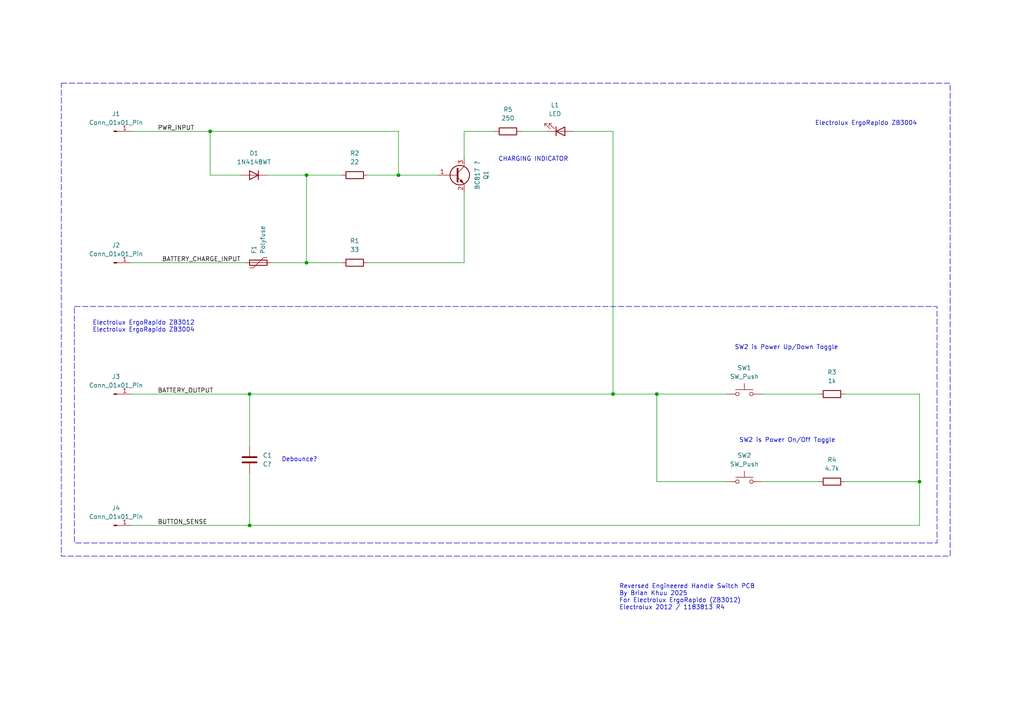
<source format=kicad_sch>
(kicad_sch (version 20250114) (generator "eeschema") (generator_version "9.0")
  (paper "A4")
  (title_block (title "Reversed Engineered Electrolux ErgoRapido Handle Remote PCB") (date "2025-08-03") (rev "1"))
  (lib_symbols
    (symbol "Connector:Conn_01x01_Pin" (pin_names (offset 1.016) (hide yes))
      (property "Reference" "J" (at 0 2.54 0))
      (property "Value" "Conn_01x01_Pin" (at 0 -2.54 0))
      (symbol "Conn_01x01_Pin_1_1"
        (rectangle (start 0.8636 0.127) (end 0 -0.127) (stroke (width 0.1524)) (fill (type outline)))
        (polyline (pts (xy 1.27 0) (xy 0.8636 0)) (stroke (width 0.1524)))
        (pin passive line (at 5.08 0 180) (length 3.81) (name "Pin_1") (number "1"))
      )
    )
    (symbol "Device:C" (pin_numbers (hide yes)) (pin_names (offset 0.254))
      (property "Reference" "C" (at 0.635 2.54 0))
      (property "Value" "C" (at 0.635 -2.54 0))
      (symbol "C_0_1"
        (polyline (pts (xy -2.032 0.762) (xy 2.032 0.762)) (stroke (width 0.508)))
        (polyline (pts (xy -2.032 -0.762) (xy 2.032 -0.762)) (stroke (width 0.508)))
      )
      (symbol "C_1_1"
        (pin passive line (at 0 3.81 270) (length 2.794) (name "~") (number "1"))
        (pin passive line (at 0 -3.81 90) (length 2.794) (name "~") (number "2"))
      )
    )
    (symbol "Device:LED" (pin_numbers (hide yes)) (pin_names (offset 1.016) (hide yes))
      (property "Reference" "D" (at 0 2.54 0))
      (property "Value" "LED" (at 0 -2.54 0))
      (symbol "LED_0_1"
        (polyline (pts (xy -3.048 -0.762) (xy -4.572 -2.286) (xy -3.81 -2.286) (xy -4.572 -2.286) (xy -4.572 -1.524)))
        (polyline (pts (xy -1.778 -0.762) (xy -3.302 -2.286) (xy -2.54 -2.286) (xy -3.302 -2.286) (xy -3.302 -1.524)))
        (polyline (pts (xy -1.27 0) (xy 1.27 0)))
        (polyline (pts (xy -1.27 -1.27) (xy -1.27 1.27)) (stroke (width 0.254)))
        (polyline (pts (xy 1.27 -1.27) (xy 1.27 1.27) (xy -1.27 0) (xy 1.27 -1.27)) (stroke (width 0.254)))
      )
      (symbol "LED_1_1"
        (pin passive line (at -3.81 0 0) (length 2.54) (name "K") (number "1"))
        (pin passive line (at 3.81 0 180) (length 2.54) (name "A") (number "2"))
      )
    )
    (symbol "Device:Polyfuse" (pin_numbers (hide yes)) (pin_names (offset 0))
      (property "Reference" "F" (at -2.54 0 90))
      (property "Value" "Polyfuse" (at 2.54 0 90))
      (symbol "Polyfuse_0_1"
        (polyline (pts (xy -1.524 2.54) (xy -1.524 1.524) (xy 1.524 -1.524) (xy 1.524 -2.54)))
        (rectangle (start -0.762 2.54) (end 0.762 -2.54) (stroke (width 0.254)))
        (polyline (pts (xy 0 2.54) (xy 0 -2.54)))
      )
      (symbol "Polyfuse_1_1"
        (pin passive line (at 0 3.81 270) (length 1.27) (name "~") (number "1"))
        (pin passive line (at 0 -3.81 90) (length 1.27) (name "~") (number "2"))
      )
    )
    (symbol "Device:R" (pin_numbers (hide yes)) (pin_names (offset 0))
      (property "Reference" "R" (at 2.032 0 90))
      (property "Value" "R" (at 0 0 90))
      (symbol "R_0_1"
        (rectangle (start -1.016 -2.54) (end 1.016 2.54) (stroke (width 0.254)))
      )
      (symbol "R_1_1"
        (pin passive line (at 0 3.81 270) (length 1.27) (name "~") (number "1"))
        (pin passive line (at 0 -3.81 90) (length 1.27) (name "~") (number "2"))
      )
    )
    (symbol "Diode:1N4148WT" (pin_numbers (hide yes)) (pin_names (hide yes))
      (property "Reference" "D" (at 0 2.54 0))
      (property "Value" "1N4148WT" (at 0 -2.54 0))
      (symbol "1N4148WT_0_1"
        (polyline (pts (xy -1.27 1.27) (xy -1.27 -1.27)) (stroke (width 0.254)))
        (polyline (pts (xy 1.27 1.27) (xy 1.27 -1.27) (xy -1.27 0) (xy 1.27 1.27)) (stroke (width 0.254)))
        (polyline (pts (xy 1.27 0) (xy -1.27 0)))
      )
      (symbol "1N4148WT_1_1"
        (pin passive line (at -3.81 0 0) (length 2.54) (name "K") (number "1"))
        (pin passive line (at 3.81 0 180) (length 2.54) (name "A") (number "2"))
      )
    )
    (symbol "Switch:SW_Push" (pin_numbers (hide yes)) (pin_names (offset 1.016) (hide yes))
      (property "Reference" "SW" (at 1.27 2.54 0))
      (property "Value" "SW_Push" (at 0 -1.524 0))
      (symbol "SW_Push_0_1"
        (circle (center -2.032 0) (radius 0.508))
        (polyline (pts (xy 0 1.27) (xy 0 3.048)))
        (circle (center 2.032 0) (radius 0.508))
        (polyline (pts (xy 2.54 1.27) (xy -2.54 1.27)))
        (pin passive line (at -5.08 0 0) (length 2.54) (name "1") (number "1"))
        (pin passive line (at 5.08 0 180) (length 2.54) (name "2") (number "2"))
      )
    )
    (symbol "Transistor_BJT:BC817" (pin_names (offset 0) (hide yes))
      (property "Reference" "Q" (at 5.08 1.905 0))
      (property "Value" "BC817" (at 5.08 0 0))
      (symbol "BC817_0_1"
        (polyline (pts (xy -2.54 0) (xy 0.635 0)))
        (polyline (pts (xy 0.635 1.905) (xy 0.635 -1.905)) (stroke (width 0.508)))
        (circle (center 1.27 0) (radius 2.8194) (stroke (width 0.254)))
      )
      (symbol "BC817_1_1"
        (polyline (pts (xy 0.635 0.635) (xy 2.54 2.54)))
        (polyline (pts (xy 0.635 -0.635) (xy 2.54 -2.54)))
        (polyline (pts (xy 1.27 -1.778) (xy 1.778 -1.27) (xy 2.286 -2.286) (xy 1.27 -1.778)) (fill (type outline)))
        (pin input line (at -5.08 0 0) (length 2.54) (name "B") (number "1"))
        (pin passive line (at 2.54 5.08 270) (length 2.54) (name "C") (number "3"))
        (pin passive line (at 2.54 -5.08 90) (length 2.54) (name "E") (number "2"))
      )
    )
  )
  (rectangle (start 17.78 24.13) (end 275.59 161.29) (stroke (width 0) (type dash)))
  (rectangle (start 21.59 88.9) (end 271.78 157.48) (stroke (width 0) (type dash)))
  (text "CHARGING INDICATOR" (at 154.686 46.228 0) (effects (font (size 1.27 1.27))))
  (text "SW2 is Power Up/Down Toggle" (at 228.092 100.838 0) (effects (font (size 1.27 1.27))))
  (text "Debounce?" (at 86.868 133.35 0) (effects (font (size 1.27 1.27))))
  (text "SW2 is Power On/Off Toggle" (at 228.346 127.762 0) (effects (font (size 1.27 1.27))))
  (text "Electrolux ErgoRapido ZB3012\nElectrolux ErgoRapido ZB3004\n" (at 41.656 94.742 0) (effects (font (size 1.27 1.27))))
  (text "Reversed Engineered Handle Switch PCB\nBy Brian Khuu 2025\nFor Electrolux ErgoRapido (ZB3012)\nElectrolux 2012 / 1183813 R4\n" (at 179.578 173.228 0) (effects (font (size 1.27 1.27)) (justify left)))
  (text "Electrolux ErgoRapido ZB3004" (at 251.206 35.814 0) (effects (font (size 1.27 1.27))))
  (junction (at 190.5 114.3))
  (junction (at 88.9 50.8))
  (junction (at 60.96 38.1))
  (junction (at 266.7 139.7))
  (junction (at 177.8 114.3))
  (junction (at 72.39 114.3))
  (junction (at 88.9 76.2))
  (junction (at 72.39 152.4))
  (junction (at 115.57 50.8))
  (wire (pts (xy 266.7 152.4) (xy 72.39 152.4)))
  (wire (pts (xy 106.68 50.8) (xy 115.57 50.8)))
  (wire (pts (xy 166.37 38.1) (xy 177.8 38.1)))
  (wire (pts (xy 266.7 114.3) (xy 266.7 139.7)))
  (wire (pts (xy 106.68 76.2) (xy 134.62 76.2)))
  (wire (pts (xy 88.9 50.8) (xy 88.9 76.2)))
  (wire (pts (xy 60.96 38.1) (xy 115.57 38.1)))
  (wire (pts (xy 134.62 55.88) (xy 134.62 76.2)))
  (wire (pts (xy 38.1 152.4) (xy 72.39 152.4)))
  (wire (pts (xy 266.7 139.7) (xy 266.7 152.4)))
  (wire (pts (xy 190.5 114.3) (xy 210.82 114.3)))
  (wire (pts (xy 72.39 114.3) (xy 72.39 129.54)))
  (wire (pts (xy 72.39 152.4) (xy 72.39 137.16)))
  (wire (pts (xy 115.57 50.8) (xy 127 50.8)))
  (wire (pts (xy 99.06 76.2) (xy 88.9 76.2)))
  (wire (pts (xy 210.82 139.7) (xy 190.5 139.7)))
  (wire (pts (xy 72.39 114.3) (xy 177.8 114.3)))
  (wire (pts (xy 190.5 139.7) (xy 190.5 114.3)))
  (wire (pts (xy 77.47 50.8) (xy 88.9 50.8)))
  (wire (pts (xy 88.9 50.8) (xy 99.06 50.8)))
  (wire (pts (xy 220.98 114.3) (xy 237.49 114.3)))
  (wire (pts (xy 220.98 139.7) (xy 237.49 139.7)))
  (wire (pts (xy 134.62 38.1) (xy 134.62 45.72)))
  (wire (pts (xy 245.11 139.7) (xy 266.7 139.7)))
  (wire (pts (xy 177.8 38.1) (xy 177.8 114.3)))
  (wire (pts (xy 60.96 50.8) (xy 60.96 38.1)))
  (wire (pts (xy 115.57 38.1) (xy 115.57 50.8)))
  (wire (pts (xy 69.85 50.8) (xy 60.96 50.8)))
  (wire (pts (xy 78.74 76.2) (xy 88.9 76.2)))
  (wire (pts (xy 38.1 76.2) (xy 71.12 76.2)))
  (wire (pts (xy 38.1 38.1) (xy 60.96 38.1)))
  (wire (pts (xy 151.13 38.1) (xy 158.75 38.1)))
  (wire (pts (xy 245.11 114.3) (xy 266.7 114.3)))
  (wire (pts (xy 177.8 114.3) (xy 190.5 114.3)))
  (wire (pts (xy 72.39 114.3) (xy 38.1 114.3)))
  (wire (pts (xy 134.62 38.1) (xy 143.51 38.1)))
  (label "BUTTON_SENSE" (at 45.72 152.4 0))
  (label "BATTERY_OUTPUT" (at 45.72 114.3 0))
  (label "PWR_INPUT" (at 45.72 38.1 0))
  (label "BATTERY_CHARGE_INPUT" (at 46.99 76.2 0))
  (symbol (lib_id "Device:C") (at 72.39 133.35 0) (unit 1)
    (property "Reference" "C1" (at 76.2 132.0799 0) (effects (justify left)))
    (property "Value" "C?" (at 76.2 134.6199 0) (effects (justify left)))
    (property "Description" "Unpolarized capacitor" (effects (hide yes)))
  )
  (symbol (lib_id "Connector:Conn_01x01_Pin") (at 33.02 114.3 0) (unit 1)
    (property "Reference" "J3" (at 33.655 109.22 0))
    (property "Value" "Conn_01x01_Pin" (at 33.655 111.76 0))
    (property "Footprint" "Connector_Wire:SolderWire-0.1sqmm_1x01_D0.4mm_OD1mm" (effects (hide yes)))
    (property "Description" "Generic connector, single row, 01x01, script generated" (effects (hide yes)))
  )
  (symbol (lib_id "Device:R") (at 241.3 139.7 270) (unit 1)
    (property "Reference" "R4" (at 241.3 133.35 90))
    (property "Value" "4.7k" (at 241.3 135.89 90))
    (property "Description" "Resistor" (effects (hide yes)))
  )
  (symbol (lib_id "Device:R") (at 241.3 114.3 270) (unit 1)
    (property "Reference" "R3" (at 241.3 107.95 90))
    (property "Value" "1k" (at 241.3 110.49 90))
    (property "Description" "Resistor" (effects (hide yes)))
  )
  (symbol (lib_id "Switch:SW_Push") (at 215.9 114.3 0) (unit 1)
    (property "Reference" "SW1" (at 215.9 106.68 0))
    (property "Value" "SW_Push" (at 215.9 109.22 0))
    (property "Description" "Push button switch, generic, two pins" (effects (hide yes)))
  )
  (symbol (lib_id "Transistor_BJT:BC817") (at 132.08 50.8 0) (unit 1)
    (property "Reference" "Q1" (at 140.97 50.8 90))
    (property "Value" "BC817 ?" (at 138.43 50.8 90))
    (property "Footprint" "Package_TO_SOT_SMD:SOT-23" (effects (hide yes)))
    (property "Datasheet" "https://www.onsemi.com/pub/Collateral/BC818-D.pdf" (effects (hide yes)))
    (property "Description" "0.8A Ic, 45V Vce, NPN Transistor, SOT-23" (effects (hide yes)))
  )
  (symbol (lib_id "Device:Polyfuse") (at 74.93 76.2 90) (unit 1)
    (property "Reference" "F1" (at 73.6599 73.66 0) (effects (justify left)))
    (property "Value" "Polyfuse" (at 76.1999 73.66 0) (effects (justify left)))
    (property "Description" "Resettable fuse, polymeric positive temperature coefficient" (effects (hide yes)))
  )
  (symbol (lib_id "Device:R") (at 147.32 38.1 270) (unit 1)
    (property "Reference" "R5" (at 147.32 31.75 90))
    (property "Value" "250" (at 147.32 34.29 90))
    (property "Description" "Resistor" (effects (hide yes)))
  )
  (symbol (lib_id "Connector:Conn_01x01_Pin") (at 33.02 76.2 0) (unit 1)
    (property "Reference" "J2" (at 33.655 71.12 0))
    (property "Value" "Conn_01x01_Pin" (at 33.655 73.66 0))
    (property "Footprint" "Connector_Wire:SolderWire-0.1sqmm_1x01_D0.4mm_OD1mm" (effects (hide yes)))
    (property "Description" "Generic connector, single row, 01x01, script generated" (effects (hide yes)))
  )
  (symbol (lib_id "Switch:SW_Push") (at 215.9 139.7 0) (unit 1)
    (property "Reference" "SW2" (at 215.9 132.08 0))
    (property "Value" "SW_Push" (at 215.9 134.62 0))
    (property "Description" "Push button switch, generic, two pins" (effects (hide yes)))
  )
  (symbol (lib_id "Device:R") (at 102.87 76.2 270) (unit 1)
    (property "Reference" "R1" (at 102.87 69.85 90))
    (property "Value" "33" (at 102.87 72.39 90))
    (property "Description" "Resistor" (effects (hide yes)))
  )
  (symbol (lib_id "Connector:Conn_01x01_Pin") (at 33.02 152.4 0) (unit 1)
    (property "Reference" "J4" (at 33.655 147.32 0))
    (property "Value" "Conn_01x01_Pin" (at 33.655 149.86 0))
    (property "Footprint" "Connector_Wire:SolderWire-0.1sqmm_1x01_D0.4mm_OD1mm" (effects (hide yes)))
    (property "Description" "Generic connector, single row, 01x01, script generated" (effects (hide yes)))
  )
  (symbol (lib_id "Device:R") (at 102.87 50.8 270) (unit 1)
    (property "Reference" "R2" (at 102.87 44.45 90))
    (property "Value" "22" (at 102.87 46.99 90))
    (property "Description" "Resistor" (effects (hide yes)))
  )
  (symbol (lib_id "Device:LED") (at 162.56 38.1 0) (mirror x) (unit 1)
    (property "Reference" "L1" (at 160.9725 30.48 0))
    (property "Value" "LED" (at 160.9725 33.02 0))
    (property "Description" "Light emitting diode" (effects (hide yes)))
    (property "Sim.Pins" "1=K 2=A" (effects (hide yes)))
  )
  (symbol (lib_id "Connector:Conn_01x01_Pin") (at 33.02 38.1 0) (unit 1)
    (property "Reference" "J1" (at 33.655 33.02 0))
    (property "Value" "Conn_01x01_Pin" (at 33.655 35.56 0))
    (property "Footprint" "Connector_Wire:SolderWire-0.1sqmm_1x01_D0.4mm_OD1mm" (effects (hide yes)))
    (property "Description" "Generic connector, single row, 01x01, script generated" (effects (hide yes)))
  )
  (symbol (lib_id "Diode:1N4148WT") (at 73.66 50.8 180) (unit 1)
    (property "Reference" "D1" (at 73.66 44.45 0))
    (property "Value" "1N4148WT" (at 73.66 46.99 0))
    (property "Footprint" "Diode_SMD:D_SOD-523" (effects (hide yes)))
    (property "Datasheet" "https://www.diodes.com/assets/Datasheets/ds30396.pdf" (effects (hide yes)))
    (property "Description" "75V 0.15A Fast switching Diode, SOD-523" (effects (hide yes)))
    (property "Sim.Device" "D" (effects (hide yes)))
    (property "Sim.Pins" "1=K 2=A" (effects (hide yes)))
  )
)
</source>
